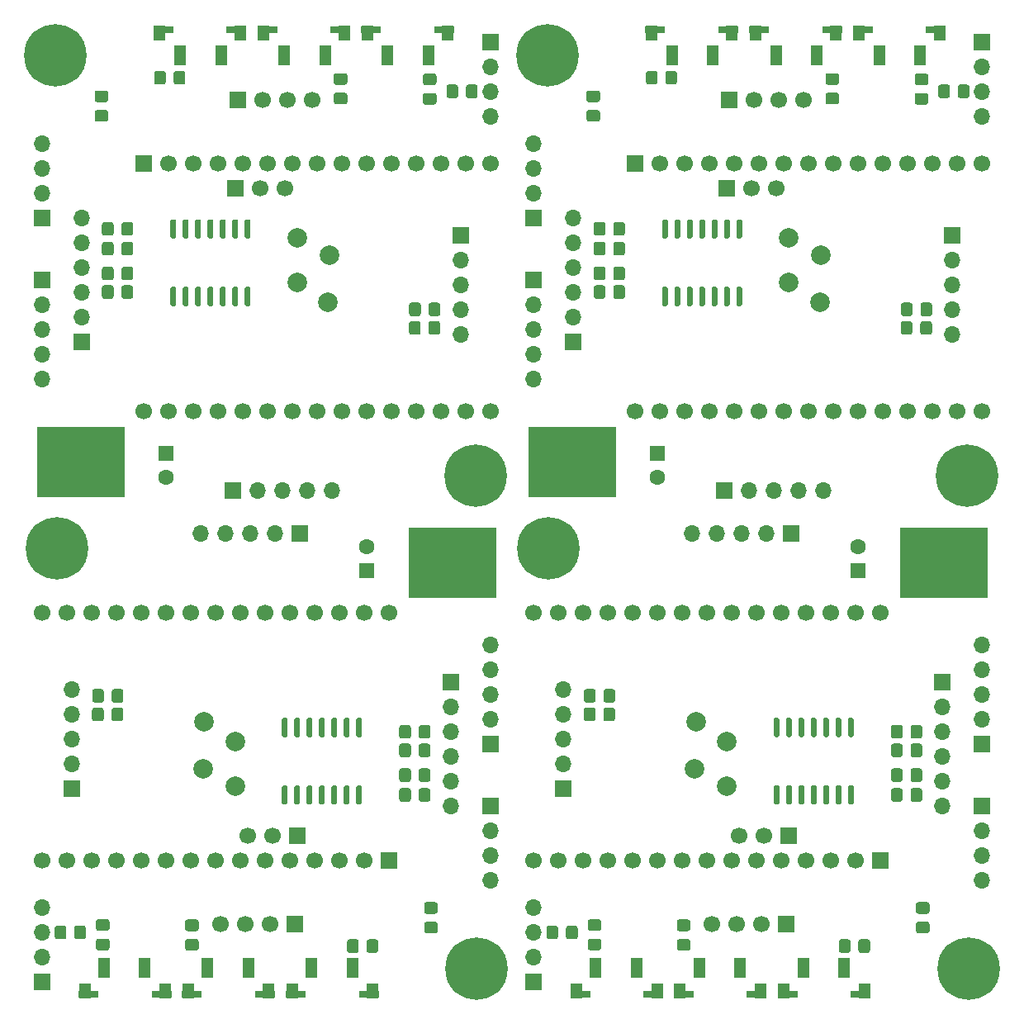
<source format=gbs>
G04 #@! TF.GenerationSoftware,KiCad,Pcbnew,5.1.8-1.fc31*
G04 #@! TF.CreationDate,2021-02-10T10:50:14+01:00*
G04 #@! TF.ProjectId,neOSensorv5_panelized,6e654f53-656e-4736-9f72-76355f70616e,rev?*
G04 #@! TF.SameCoordinates,Original*
G04 #@! TF.FileFunction,Soldermask,Bot*
G04 #@! TF.FilePolarity,Negative*
%FSLAX46Y46*%
G04 Gerber Fmt 4.6, Leading zero omitted, Abs format (unit mm)*
G04 Created by KiCad (PCBNEW 5.1.8-1.fc31) date 2021-02-10 10:50:14*
%MOMM*%
%LPD*%
G01*
G04 APERTURE LIST*
%ADD10C,0.100000*%
%ADD11C,1.700000*%
%ADD12R,1.700000X1.700000*%
%ADD13O,1.700000X1.700000*%
%ADD14C,2.000000*%
%ADD15R,2.000000X0.800000*%
%ADD16R,1.270000X1.524000*%
%ADD17R,1.200000X2.000000*%
%ADD18C,6.400000*%
%ADD19C,1.600000*%
%ADD20R,1.600000X1.600000*%
G04 APERTURE END LIST*
D10*
G36*
X35560000Y-73787000D02*
G01*
X26670000Y-73787000D01*
X26670000Y-66675000D01*
X35560000Y-66675000D01*
X35560000Y-73787000D01*
G37*
X35560000Y-73787000D02*
X26670000Y-73787000D01*
X26670000Y-66675000D01*
X35560000Y-66675000D01*
X35560000Y-73787000D01*
G36*
X85979000Y-73787000D02*
G01*
X77089000Y-73787000D01*
X77089000Y-66675000D01*
X85979000Y-66675000D01*
X85979000Y-73787000D01*
G37*
X85979000Y-73787000D02*
X77089000Y-73787000D01*
X77089000Y-66675000D01*
X85979000Y-66675000D01*
X85979000Y-73787000D01*
G36*
X73660000Y-84074000D02*
G01*
X64770000Y-84074000D01*
X64770000Y-76962000D01*
X73660000Y-76962000D01*
X73660000Y-84074000D01*
G37*
X73660000Y-84074000D02*
X64770000Y-84074000D01*
X64770000Y-76962000D01*
X73660000Y-76962000D01*
X73660000Y-84074000D01*
G36*
X124079000Y-84074000D02*
G01*
X115189000Y-84074000D01*
X115189000Y-76962000D01*
X124079000Y-76962000D01*
X124079000Y-84074000D01*
G37*
X124079000Y-84074000D02*
X115189000Y-84074000D01*
X115189000Y-76962000D01*
X124079000Y-76962000D01*
X124079000Y-84074000D01*
D11*
G04 #@! TO.C,U1*
X52070000Y-42164000D03*
X49530000Y-42164000D03*
D12*
X46990000Y-42164000D03*
G04 #@! TD*
D11*
G04 #@! TO.C,U2*
X54864000Y-33147000D03*
X52324000Y-33147000D03*
X49784000Y-33147000D03*
D12*
X47244000Y-33147000D03*
G04 #@! TD*
D11*
G04 #@! TO.C,U3*
X37592000Y-65024000D03*
X40132000Y-65024000D03*
X42672000Y-65024000D03*
X45212000Y-65024000D03*
X47752000Y-65024000D03*
X50292000Y-65024000D03*
X52832000Y-65024000D03*
X55372000Y-65024000D03*
X57912000Y-65024000D03*
X60452000Y-65024000D03*
X62992000Y-65024000D03*
X65532000Y-65024000D03*
X68072000Y-65024000D03*
X70612000Y-65024000D03*
X73152000Y-65024000D03*
X73152000Y-39624000D03*
X70612000Y-39624000D03*
X68072000Y-39624000D03*
X65532000Y-39624000D03*
X62992000Y-39624000D03*
X60452000Y-39624000D03*
X57912000Y-39624000D03*
X55372000Y-39624000D03*
X52832000Y-39624000D03*
X50292000Y-39624000D03*
X47752000Y-39624000D03*
X45212000Y-39624000D03*
X42672000Y-39624000D03*
X40132000Y-39624000D03*
D12*
X37592000Y-39624000D03*
G04 #@! TD*
D13*
G04 #@! TO.C,J6*
X31242000Y-45212000D03*
X31242000Y-47752000D03*
X31242000Y-50292000D03*
X31242000Y-52832000D03*
X31242000Y-55372000D03*
D12*
X31242000Y-57912000D03*
G04 #@! TD*
G04 #@! TO.C,U5*
G36*
G01*
X48410000Y-47342500D02*
X48110000Y-47342500D01*
G75*
G02*
X47960000Y-47192500I0J150000D01*
G01*
X47960000Y-45517500D01*
G75*
G02*
X48110000Y-45367500I150000J0D01*
G01*
X48410000Y-45367500D01*
G75*
G02*
X48560000Y-45517500I0J-150000D01*
G01*
X48560000Y-47192500D01*
G75*
G02*
X48410000Y-47342500I-150000J0D01*
G01*
G37*
G36*
G01*
X47140000Y-47342500D02*
X46840000Y-47342500D01*
G75*
G02*
X46690000Y-47192500I0J150000D01*
G01*
X46690000Y-45517500D01*
G75*
G02*
X46840000Y-45367500I150000J0D01*
G01*
X47140000Y-45367500D01*
G75*
G02*
X47290000Y-45517500I0J-150000D01*
G01*
X47290000Y-47192500D01*
G75*
G02*
X47140000Y-47342500I-150000J0D01*
G01*
G37*
G36*
G01*
X45870000Y-47342500D02*
X45570000Y-47342500D01*
G75*
G02*
X45420000Y-47192500I0J150000D01*
G01*
X45420000Y-45517500D01*
G75*
G02*
X45570000Y-45367500I150000J0D01*
G01*
X45870000Y-45367500D01*
G75*
G02*
X46020000Y-45517500I0J-150000D01*
G01*
X46020000Y-47192500D01*
G75*
G02*
X45870000Y-47342500I-150000J0D01*
G01*
G37*
G36*
G01*
X44600000Y-47342500D02*
X44300000Y-47342500D01*
G75*
G02*
X44150000Y-47192500I0J150000D01*
G01*
X44150000Y-45517500D01*
G75*
G02*
X44300000Y-45367500I150000J0D01*
G01*
X44600000Y-45367500D01*
G75*
G02*
X44750000Y-45517500I0J-150000D01*
G01*
X44750000Y-47192500D01*
G75*
G02*
X44600000Y-47342500I-150000J0D01*
G01*
G37*
G36*
G01*
X43330000Y-47342500D02*
X43030000Y-47342500D01*
G75*
G02*
X42880000Y-47192500I0J150000D01*
G01*
X42880000Y-45517500D01*
G75*
G02*
X43030000Y-45367500I150000J0D01*
G01*
X43330000Y-45367500D01*
G75*
G02*
X43480000Y-45517500I0J-150000D01*
G01*
X43480000Y-47192500D01*
G75*
G02*
X43330000Y-47342500I-150000J0D01*
G01*
G37*
G36*
G01*
X42060000Y-47342500D02*
X41760000Y-47342500D01*
G75*
G02*
X41610000Y-47192500I0J150000D01*
G01*
X41610000Y-45517500D01*
G75*
G02*
X41760000Y-45367500I150000J0D01*
G01*
X42060000Y-45367500D01*
G75*
G02*
X42210000Y-45517500I0J-150000D01*
G01*
X42210000Y-47192500D01*
G75*
G02*
X42060000Y-47342500I-150000J0D01*
G01*
G37*
G36*
G01*
X40790000Y-47342500D02*
X40490000Y-47342500D01*
G75*
G02*
X40340000Y-47192500I0J150000D01*
G01*
X40340000Y-45517500D01*
G75*
G02*
X40490000Y-45367500I150000J0D01*
G01*
X40790000Y-45367500D01*
G75*
G02*
X40940000Y-45517500I0J-150000D01*
G01*
X40940000Y-47192500D01*
G75*
G02*
X40790000Y-47342500I-150000J0D01*
G01*
G37*
G36*
G01*
X40790000Y-54267500D02*
X40490000Y-54267500D01*
G75*
G02*
X40340000Y-54117500I0J150000D01*
G01*
X40340000Y-52442500D01*
G75*
G02*
X40490000Y-52292500I150000J0D01*
G01*
X40790000Y-52292500D01*
G75*
G02*
X40940000Y-52442500I0J-150000D01*
G01*
X40940000Y-54117500D01*
G75*
G02*
X40790000Y-54267500I-150000J0D01*
G01*
G37*
G36*
G01*
X42060000Y-54267500D02*
X41760000Y-54267500D01*
G75*
G02*
X41610000Y-54117500I0J150000D01*
G01*
X41610000Y-52442500D01*
G75*
G02*
X41760000Y-52292500I150000J0D01*
G01*
X42060000Y-52292500D01*
G75*
G02*
X42210000Y-52442500I0J-150000D01*
G01*
X42210000Y-54117500D01*
G75*
G02*
X42060000Y-54267500I-150000J0D01*
G01*
G37*
G36*
G01*
X43330000Y-54267500D02*
X43030000Y-54267500D01*
G75*
G02*
X42880000Y-54117500I0J150000D01*
G01*
X42880000Y-52442500D01*
G75*
G02*
X43030000Y-52292500I150000J0D01*
G01*
X43330000Y-52292500D01*
G75*
G02*
X43480000Y-52442500I0J-150000D01*
G01*
X43480000Y-54117500D01*
G75*
G02*
X43330000Y-54267500I-150000J0D01*
G01*
G37*
G36*
G01*
X44600000Y-54267500D02*
X44300000Y-54267500D01*
G75*
G02*
X44150000Y-54117500I0J150000D01*
G01*
X44150000Y-52442500D01*
G75*
G02*
X44300000Y-52292500I150000J0D01*
G01*
X44600000Y-52292500D01*
G75*
G02*
X44750000Y-52442500I0J-150000D01*
G01*
X44750000Y-54117500D01*
G75*
G02*
X44600000Y-54267500I-150000J0D01*
G01*
G37*
G36*
G01*
X45870000Y-54267500D02*
X45570000Y-54267500D01*
G75*
G02*
X45420000Y-54117500I0J150000D01*
G01*
X45420000Y-52442500D01*
G75*
G02*
X45570000Y-52292500I150000J0D01*
G01*
X45870000Y-52292500D01*
G75*
G02*
X46020000Y-52442500I0J-150000D01*
G01*
X46020000Y-54117500D01*
G75*
G02*
X45870000Y-54267500I-150000J0D01*
G01*
G37*
G36*
G01*
X47140000Y-54267500D02*
X46840000Y-54267500D01*
G75*
G02*
X46690000Y-54117500I0J150000D01*
G01*
X46690000Y-52442500D01*
G75*
G02*
X46840000Y-52292500I150000J0D01*
G01*
X47140000Y-52292500D01*
G75*
G02*
X47290000Y-52442500I0J-150000D01*
G01*
X47290000Y-54117500D01*
G75*
G02*
X47140000Y-54267500I-150000J0D01*
G01*
G37*
G36*
G01*
X48410000Y-54267500D02*
X48110000Y-54267500D01*
G75*
G02*
X47960000Y-54117500I0J150000D01*
G01*
X47960000Y-52442500D01*
G75*
G02*
X48110000Y-52292500I150000J0D01*
G01*
X48410000Y-52292500D01*
G75*
G02*
X48560000Y-52442500I0J-150000D01*
G01*
X48560000Y-54117500D01*
G75*
G02*
X48410000Y-54267500I-150000J0D01*
G01*
G37*
G04 #@! TD*
D14*
G04 #@! TO.C,TP6*
X53340000Y-47244000D03*
G04 #@! TD*
G04 #@! TO.C,TP5*
X56642000Y-49022000D03*
G04 #@! TD*
G04 #@! TO.C,TP4*
X53340000Y-51816000D03*
G04 #@! TD*
G04 #@! TO.C,TP3*
X56515000Y-53848000D03*
G04 #@! TD*
D15*
G04 #@! TO.C,SW3*
X68394000Y-25908000D03*
D16*
X68775000Y-26289000D03*
D15*
X60901000Y-25908000D03*
D16*
X60520000Y-26289000D03*
D17*
X66811000Y-28594000D03*
X62611000Y-28594000D03*
G04 #@! TD*
D15*
G04 #@! TO.C,SW2*
X57785000Y-25908000D03*
D16*
X58166000Y-26289000D03*
D15*
X50292000Y-25908000D03*
D16*
X49911000Y-26289000D03*
D17*
X56202000Y-28594000D03*
X52002000Y-28594000D03*
G04 #@! TD*
D15*
G04 #@! TO.C,SW1*
X47117000Y-25908000D03*
D16*
X47498000Y-26289000D03*
D15*
X39624000Y-25908000D03*
D16*
X39243000Y-26289000D03*
D17*
X45534000Y-28594000D03*
X41334000Y-28594000D03*
G04 #@! TD*
G04 #@! TO.C,R18*
G36*
G01*
X35325000Y-51377001D02*
X35325000Y-50476999D01*
G75*
G02*
X35574999Y-50227000I249999J0D01*
G01*
X36275001Y-50227000D01*
G75*
G02*
X36525000Y-50476999I0J-249999D01*
G01*
X36525000Y-51377001D01*
G75*
G02*
X36275001Y-51627000I-249999J0D01*
G01*
X35574999Y-51627000D01*
G75*
G02*
X35325000Y-51377001I0J249999D01*
G01*
G37*
G36*
G01*
X33325000Y-51377001D02*
X33325000Y-50476999D01*
G75*
G02*
X33574999Y-50227000I249999J0D01*
G01*
X34275001Y-50227000D01*
G75*
G02*
X34525000Y-50476999I0J-249999D01*
G01*
X34525000Y-51377001D01*
G75*
G02*
X34275001Y-51627000I-249999J0D01*
G01*
X33574999Y-51627000D01*
G75*
G02*
X33325000Y-51377001I0J249999D01*
G01*
G37*
G04 #@! TD*
G04 #@! TO.C,R15*
G36*
G01*
X35325000Y-53282001D02*
X35325000Y-52381999D01*
G75*
G02*
X35574999Y-52132000I249999J0D01*
G01*
X36275001Y-52132000D01*
G75*
G02*
X36525000Y-52381999I0J-249999D01*
G01*
X36525000Y-53282001D01*
G75*
G02*
X36275001Y-53532000I-249999J0D01*
G01*
X35574999Y-53532000D01*
G75*
G02*
X35325000Y-53282001I0J249999D01*
G01*
G37*
G36*
G01*
X33325000Y-53282001D02*
X33325000Y-52381999D01*
G75*
G02*
X33574999Y-52132000I249999J0D01*
G01*
X34275001Y-52132000D01*
G75*
G02*
X34525000Y-52381999I0J-249999D01*
G01*
X34525000Y-53282001D01*
G75*
G02*
X34275001Y-53532000I-249999J0D01*
G01*
X33574999Y-53532000D01*
G75*
G02*
X33325000Y-53282001I0J249999D01*
G01*
G37*
G04 #@! TD*
G04 #@! TO.C,R14*
G36*
G01*
X35325000Y-46805001D02*
X35325000Y-45904999D01*
G75*
G02*
X35574999Y-45655000I249999J0D01*
G01*
X36275001Y-45655000D01*
G75*
G02*
X36525000Y-45904999I0J-249999D01*
G01*
X36525000Y-46805001D01*
G75*
G02*
X36275001Y-47055000I-249999J0D01*
G01*
X35574999Y-47055000D01*
G75*
G02*
X35325000Y-46805001I0J249999D01*
G01*
G37*
G36*
G01*
X33325000Y-46805001D02*
X33325000Y-45904999D01*
G75*
G02*
X33574999Y-45655000I249999J0D01*
G01*
X34275001Y-45655000D01*
G75*
G02*
X34525000Y-45904999I0J-249999D01*
G01*
X34525000Y-46805001D01*
G75*
G02*
X34275001Y-47055000I-249999J0D01*
G01*
X33574999Y-47055000D01*
G75*
G02*
X33325000Y-46805001I0J249999D01*
G01*
G37*
G04 #@! TD*
G04 #@! TO.C,R13*
G36*
G01*
X35325000Y-48837001D02*
X35325000Y-47936999D01*
G75*
G02*
X35574999Y-47687000I249999J0D01*
G01*
X36275001Y-47687000D01*
G75*
G02*
X36525000Y-47936999I0J-249999D01*
G01*
X36525000Y-48837001D01*
G75*
G02*
X36275001Y-49087000I-249999J0D01*
G01*
X35574999Y-49087000D01*
G75*
G02*
X35325000Y-48837001I0J249999D01*
G01*
G37*
G36*
G01*
X33325000Y-48837001D02*
X33325000Y-47936999D01*
G75*
G02*
X33574999Y-47687000I249999J0D01*
G01*
X34275001Y-47687000D01*
G75*
G02*
X34525000Y-47936999I0J-249999D01*
G01*
X34525000Y-48837001D01*
G75*
G02*
X34275001Y-49087000I-249999J0D01*
G01*
X33574999Y-49087000D01*
G75*
G02*
X33325000Y-48837001I0J249999D01*
G01*
G37*
G04 #@! TD*
G04 #@! TO.C,R7*
G36*
G01*
X57334999Y-32388000D02*
X58235001Y-32388000D01*
G75*
G02*
X58485000Y-32637999I0J-249999D01*
G01*
X58485000Y-33338001D01*
G75*
G02*
X58235001Y-33588000I-249999J0D01*
G01*
X57334999Y-33588000D01*
G75*
G02*
X57085000Y-33338001I0J249999D01*
G01*
X57085000Y-32637999D01*
G75*
G02*
X57334999Y-32388000I249999J0D01*
G01*
G37*
G36*
G01*
X57334999Y-30388000D02*
X58235001Y-30388000D01*
G75*
G02*
X58485000Y-30637999I0J-249999D01*
G01*
X58485000Y-31338001D01*
G75*
G02*
X58235001Y-31588000I-249999J0D01*
G01*
X57334999Y-31588000D01*
G75*
G02*
X57085000Y-31338001I0J249999D01*
G01*
X57085000Y-30637999D01*
G75*
G02*
X57334999Y-30388000I249999J0D01*
G01*
G37*
G04 #@! TD*
G04 #@! TO.C,R6*
G36*
G01*
X66005000Y-56064999D02*
X66005000Y-56965001D01*
G75*
G02*
X65755001Y-57215000I-249999J0D01*
G01*
X65054999Y-57215000D01*
G75*
G02*
X64805000Y-56965001I0J249999D01*
G01*
X64805000Y-56064999D01*
G75*
G02*
X65054999Y-55815000I249999J0D01*
G01*
X65755001Y-55815000D01*
G75*
G02*
X66005000Y-56064999I0J-249999D01*
G01*
G37*
G36*
G01*
X68005000Y-56064999D02*
X68005000Y-56965001D01*
G75*
G02*
X67755001Y-57215000I-249999J0D01*
G01*
X67054999Y-57215000D01*
G75*
G02*
X66805000Y-56965001I0J249999D01*
G01*
X66805000Y-56064999D01*
G75*
G02*
X67054999Y-55815000I249999J0D01*
G01*
X67755001Y-55815000D01*
G75*
G02*
X68005000Y-56064999I0J-249999D01*
G01*
G37*
G04 #@! TD*
G04 #@! TO.C,R5*
G36*
G01*
X66021000Y-54159999D02*
X66021000Y-55060001D01*
G75*
G02*
X65771001Y-55310000I-249999J0D01*
G01*
X65070999Y-55310000D01*
G75*
G02*
X64821000Y-55060001I0J249999D01*
G01*
X64821000Y-54159999D01*
G75*
G02*
X65070999Y-53910000I249999J0D01*
G01*
X65771001Y-53910000D01*
G75*
G02*
X66021000Y-54159999I0J-249999D01*
G01*
G37*
G36*
G01*
X68021000Y-54159999D02*
X68021000Y-55060001D01*
G75*
G02*
X67771001Y-55310000I-249999J0D01*
G01*
X67070999Y-55310000D01*
G75*
G02*
X66821000Y-55060001I0J249999D01*
G01*
X66821000Y-54159999D01*
G75*
G02*
X67070999Y-53910000I249999J0D01*
G01*
X67771001Y-53910000D01*
G75*
G02*
X68021000Y-54159999I0J-249999D01*
G01*
G37*
G04 #@! TD*
G04 #@! TO.C,R4*
G36*
G01*
X69847000Y-31807999D02*
X69847000Y-32708001D01*
G75*
G02*
X69597001Y-32958000I-249999J0D01*
G01*
X68896999Y-32958000D01*
G75*
G02*
X68647000Y-32708001I0J249999D01*
G01*
X68647000Y-31807999D01*
G75*
G02*
X68896999Y-31558000I249999J0D01*
G01*
X69597001Y-31558000D01*
G75*
G02*
X69847000Y-31807999I0J-249999D01*
G01*
G37*
G36*
G01*
X71847000Y-31807999D02*
X71847000Y-32708001D01*
G75*
G02*
X71597001Y-32958000I-249999J0D01*
G01*
X70896999Y-32958000D01*
G75*
G02*
X70647000Y-32708001I0J249999D01*
G01*
X70647000Y-31807999D01*
G75*
G02*
X70896999Y-31558000I249999J0D01*
G01*
X71597001Y-31558000D01*
G75*
G02*
X71847000Y-31807999I0J-249999D01*
G01*
G37*
G04 #@! TD*
G04 #@! TO.C,R2*
G36*
G01*
X40675000Y-31311001D02*
X40675000Y-30410999D01*
G75*
G02*
X40924999Y-30161000I249999J0D01*
G01*
X41625001Y-30161000D01*
G75*
G02*
X41875000Y-30410999I0J-249999D01*
G01*
X41875000Y-31311001D01*
G75*
G02*
X41625001Y-31561000I-249999J0D01*
G01*
X40924999Y-31561000D01*
G75*
G02*
X40675000Y-31311001I0J249999D01*
G01*
G37*
G36*
G01*
X38675000Y-31311001D02*
X38675000Y-30410999D01*
G75*
G02*
X38924999Y-30161000I249999J0D01*
G01*
X39625001Y-30161000D01*
G75*
G02*
X39875000Y-30410999I0J-249999D01*
G01*
X39875000Y-31311001D01*
G75*
G02*
X39625001Y-31561000I-249999J0D01*
G01*
X38924999Y-31561000D01*
G75*
G02*
X38675000Y-31311001I0J249999D01*
G01*
G37*
G04 #@! TD*
G04 #@! TO.C,R1*
G36*
G01*
X32823999Y-34166000D02*
X33724001Y-34166000D01*
G75*
G02*
X33974000Y-34415999I0J-249999D01*
G01*
X33974000Y-35116001D01*
G75*
G02*
X33724001Y-35366000I-249999J0D01*
G01*
X32823999Y-35366000D01*
G75*
G02*
X32574000Y-35116001I0J249999D01*
G01*
X32574000Y-34415999D01*
G75*
G02*
X32823999Y-34166000I249999J0D01*
G01*
G37*
G36*
G01*
X32823999Y-32166000D02*
X33724001Y-32166000D01*
G75*
G02*
X33974000Y-32415999I0J-249999D01*
G01*
X33974000Y-33116001D01*
G75*
G02*
X33724001Y-33366000I-249999J0D01*
G01*
X32823999Y-33366000D01*
G75*
G02*
X32574000Y-33116001I0J249999D01*
G01*
X32574000Y-32415999D01*
G75*
G02*
X32823999Y-32166000I249999J0D01*
G01*
G37*
G04 #@! TD*
D13*
G04 #@! TO.C,J5*
X70104000Y-57150000D03*
X70104000Y-54610000D03*
X70104000Y-52070000D03*
X70104000Y-49530000D03*
D12*
X70104000Y-46990000D03*
G04 #@! TD*
D13*
G04 #@! TO.C,J4*
X56896000Y-73152000D03*
X54356000Y-73152000D03*
X51816000Y-73152000D03*
X49276000Y-73152000D03*
D12*
X46736000Y-73152000D03*
G04 #@! TD*
D13*
G04 #@! TO.C,J3*
X27178000Y-61722000D03*
X27178000Y-59182000D03*
X27178000Y-56642000D03*
X27178000Y-54102000D03*
D12*
X27178000Y-51562000D03*
G04 #@! TD*
D13*
G04 #@! TO.C,J2*
X73152000Y-34798000D03*
X73152000Y-32258000D03*
X73152000Y-29718000D03*
D12*
X73152000Y-27178000D03*
G04 #@! TD*
D13*
G04 #@! TO.C,J1*
X27178000Y-37592000D03*
X27178000Y-40132000D03*
X27178000Y-42672000D03*
D12*
X27178000Y-45212000D03*
G04 #@! TD*
D18*
G04 #@! TO.C,H2*
X71628000Y-71628000D03*
G04 #@! TD*
G04 #@! TO.C,H1*
X28575000Y-28575000D03*
G04 #@! TD*
G04 #@! TO.C,C5*
G36*
G01*
X67379001Y-31620000D02*
X66478999Y-31620000D01*
G75*
G02*
X66229000Y-31370001I0J249999D01*
G01*
X66229000Y-30669999D01*
G75*
G02*
X66478999Y-30420000I249999J0D01*
G01*
X67379001Y-30420000D01*
G75*
G02*
X67629000Y-30669999I0J-249999D01*
G01*
X67629000Y-31370001D01*
G75*
G02*
X67379001Y-31620000I-249999J0D01*
G01*
G37*
G36*
G01*
X67379001Y-33620000D02*
X66478999Y-33620000D01*
G75*
G02*
X66229000Y-33370001I0J249999D01*
G01*
X66229000Y-32669999D01*
G75*
G02*
X66478999Y-32420000I249999J0D01*
G01*
X67379001Y-32420000D01*
G75*
G02*
X67629000Y-32669999I0J-249999D01*
G01*
X67629000Y-33370001D01*
G75*
G02*
X67379001Y-33620000I-249999J0D01*
G01*
G37*
G04 #@! TD*
D19*
G04 #@! TO.C,C2*
X39878000Y-71842000D03*
D20*
X39878000Y-69342000D03*
G04 #@! TD*
D11*
G04 #@! TO.C,U1*
X102489000Y-42164000D03*
X99949000Y-42164000D03*
D12*
X97409000Y-42164000D03*
G04 #@! TD*
D11*
G04 #@! TO.C,U2*
X105283000Y-33147000D03*
X102743000Y-33147000D03*
X100203000Y-33147000D03*
D12*
X97663000Y-33147000D03*
G04 #@! TD*
D11*
G04 #@! TO.C,U3*
X88011000Y-65024000D03*
X90551000Y-65024000D03*
X93091000Y-65024000D03*
X95631000Y-65024000D03*
X98171000Y-65024000D03*
X100711000Y-65024000D03*
X103251000Y-65024000D03*
X105791000Y-65024000D03*
X108331000Y-65024000D03*
X110871000Y-65024000D03*
X113411000Y-65024000D03*
X115951000Y-65024000D03*
X118491000Y-65024000D03*
X121031000Y-65024000D03*
X123571000Y-65024000D03*
X123571000Y-39624000D03*
X121031000Y-39624000D03*
X118491000Y-39624000D03*
X115951000Y-39624000D03*
X113411000Y-39624000D03*
X110871000Y-39624000D03*
X108331000Y-39624000D03*
X105791000Y-39624000D03*
X103251000Y-39624000D03*
X100711000Y-39624000D03*
X98171000Y-39624000D03*
X95631000Y-39624000D03*
X93091000Y-39624000D03*
X90551000Y-39624000D03*
D12*
X88011000Y-39624000D03*
G04 #@! TD*
D13*
G04 #@! TO.C,J6*
X81661000Y-45212000D03*
X81661000Y-47752000D03*
X81661000Y-50292000D03*
X81661000Y-52832000D03*
X81661000Y-55372000D03*
D12*
X81661000Y-57912000D03*
G04 #@! TD*
G04 #@! TO.C,U5*
G36*
G01*
X98829000Y-47342500D02*
X98529000Y-47342500D01*
G75*
G02*
X98379000Y-47192500I0J150000D01*
G01*
X98379000Y-45517500D01*
G75*
G02*
X98529000Y-45367500I150000J0D01*
G01*
X98829000Y-45367500D01*
G75*
G02*
X98979000Y-45517500I0J-150000D01*
G01*
X98979000Y-47192500D01*
G75*
G02*
X98829000Y-47342500I-150000J0D01*
G01*
G37*
G36*
G01*
X97559000Y-47342500D02*
X97259000Y-47342500D01*
G75*
G02*
X97109000Y-47192500I0J150000D01*
G01*
X97109000Y-45517500D01*
G75*
G02*
X97259000Y-45367500I150000J0D01*
G01*
X97559000Y-45367500D01*
G75*
G02*
X97709000Y-45517500I0J-150000D01*
G01*
X97709000Y-47192500D01*
G75*
G02*
X97559000Y-47342500I-150000J0D01*
G01*
G37*
G36*
G01*
X96289000Y-47342500D02*
X95989000Y-47342500D01*
G75*
G02*
X95839000Y-47192500I0J150000D01*
G01*
X95839000Y-45517500D01*
G75*
G02*
X95989000Y-45367500I150000J0D01*
G01*
X96289000Y-45367500D01*
G75*
G02*
X96439000Y-45517500I0J-150000D01*
G01*
X96439000Y-47192500D01*
G75*
G02*
X96289000Y-47342500I-150000J0D01*
G01*
G37*
G36*
G01*
X95019000Y-47342500D02*
X94719000Y-47342500D01*
G75*
G02*
X94569000Y-47192500I0J150000D01*
G01*
X94569000Y-45517500D01*
G75*
G02*
X94719000Y-45367500I150000J0D01*
G01*
X95019000Y-45367500D01*
G75*
G02*
X95169000Y-45517500I0J-150000D01*
G01*
X95169000Y-47192500D01*
G75*
G02*
X95019000Y-47342500I-150000J0D01*
G01*
G37*
G36*
G01*
X93749000Y-47342500D02*
X93449000Y-47342500D01*
G75*
G02*
X93299000Y-47192500I0J150000D01*
G01*
X93299000Y-45517500D01*
G75*
G02*
X93449000Y-45367500I150000J0D01*
G01*
X93749000Y-45367500D01*
G75*
G02*
X93899000Y-45517500I0J-150000D01*
G01*
X93899000Y-47192500D01*
G75*
G02*
X93749000Y-47342500I-150000J0D01*
G01*
G37*
G36*
G01*
X92479000Y-47342500D02*
X92179000Y-47342500D01*
G75*
G02*
X92029000Y-47192500I0J150000D01*
G01*
X92029000Y-45517500D01*
G75*
G02*
X92179000Y-45367500I150000J0D01*
G01*
X92479000Y-45367500D01*
G75*
G02*
X92629000Y-45517500I0J-150000D01*
G01*
X92629000Y-47192500D01*
G75*
G02*
X92479000Y-47342500I-150000J0D01*
G01*
G37*
G36*
G01*
X91209000Y-47342500D02*
X90909000Y-47342500D01*
G75*
G02*
X90759000Y-47192500I0J150000D01*
G01*
X90759000Y-45517500D01*
G75*
G02*
X90909000Y-45367500I150000J0D01*
G01*
X91209000Y-45367500D01*
G75*
G02*
X91359000Y-45517500I0J-150000D01*
G01*
X91359000Y-47192500D01*
G75*
G02*
X91209000Y-47342500I-150000J0D01*
G01*
G37*
G36*
G01*
X91209000Y-54267500D02*
X90909000Y-54267500D01*
G75*
G02*
X90759000Y-54117500I0J150000D01*
G01*
X90759000Y-52442500D01*
G75*
G02*
X90909000Y-52292500I150000J0D01*
G01*
X91209000Y-52292500D01*
G75*
G02*
X91359000Y-52442500I0J-150000D01*
G01*
X91359000Y-54117500D01*
G75*
G02*
X91209000Y-54267500I-150000J0D01*
G01*
G37*
G36*
G01*
X92479000Y-54267500D02*
X92179000Y-54267500D01*
G75*
G02*
X92029000Y-54117500I0J150000D01*
G01*
X92029000Y-52442500D01*
G75*
G02*
X92179000Y-52292500I150000J0D01*
G01*
X92479000Y-52292500D01*
G75*
G02*
X92629000Y-52442500I0J-150000D01*
G01*
X92629000Y-54117500D01*
G75*
G02*
X92479000Y-54267500I-150000J0D01*
G01*
G37*
G36*
G01*
X93749000Y-54267500D02*
X93449000Y-54267500D01*
G75*
G02*
X93299000Y-54117500I0J150000D01*
G01*
X93299000Y-52442500D01*
G75*
G02*
X93449000Y-52292500I150000J0D01*
G01*
X93749000Y-52292500D01*
G75*
G02*
X93899000Y-52442500I0J-150000D01*
G01*
X93899000Y-54117500D01*
G75*
G02*
X93749000Y-54267500I-150000J0D01*
G01*
G37*
G36*
G01*
X95019000Y-54267500D02*
X94719000Y-54267500D01*
G75*
G02*
X94569000Y-54117500I0J150000D01*
G01*
X94569000Y-52442500D01*
G75*
G02*
X94719000Y-52292500I150000J0D01*
G01*
X95019000Y-52292500D01*
G75*
G02*
X95169000Y-52442500I0J-150000D01*
G01*
X95169000Y-54117500D01*
G75*
G02*
X95019000Y-54267500I-150000J0D01*
G01*
G37*
G36*
G01*
X96289000Y-54267500D02*
X95989000Y-54267500D01*
G75*
G02*
X95839000Y-54117500I0J150000D01*
G01*
X95839000Y-52442500D01*
G75*
G02*
X95989000Y-52292500I150000J0D01*
G01*
X96289000Y-52292500D01*
G75*
G02*
X96439000Y-52442500I0J-150000D01*
G01*
X96439000Y-54117500D01*
G75*
G02*
X96289000Y-54267500I-150000J0D01*
G01*
G37*
G36*
G01*
X97559000Y-54267500D02*
X97259000Y-54267500D01*
G75*
G02*
X97109000Y-54117500I0J150000D01*
G01*
X97109000Y-52442500D01*
G75*
G02*
X97259000Y-52292500I150000J0D01*
G01*
X97559000Y-52292500D01*
G75*
G02*
X97709000Y-52442500I0J-150000D01*
G01*
X97709000Y-54117500D01*
G75*
G02*
X97559000Y-54267500I-150000J0D01*
G01*
G37*
G36*
G01*
X98829000Y-54267500D02*
X98529000Y-54267500D01*
G75*
G02*
X98379000Y-54117500I0J150000D01*
G01*
X98379000Y-52442500D01*
G75*
G02*
X98529000Y-52292500I150000J0D01*
G01*
X98829000Y-52292500D01*
G75*
G02*
X98979000Y-52442500I0J-150000D01*
G01*
X98979000Y-54117500D01*
G75*
G02*
X98829000Y-54267500I-150000J0D01*
G01*
G37*
G04 #@! TD*
D14*
G04 #@! TO.C,TP6*
X103759000Y-47244000D03*
G04 #@! TD*
G04 #@! TO.C,TP5*
X107061000Y-49022000D03*
G04 #@! TD*
G04 #@! TO.C,TP4*
X103759000Y-51816000D03*
G04 #@! TD*
G04 #@! TO.C,TP3*
X106934000Y-53848000D03*
G04 #@! TD*
D15*
G04 #@! TO.C,SW3*
X118813000Y-25908000D03*
D16*
X119194000Y-26289000D03*
D15*
X111320000Y-25908000D03*
D16*
X110939000Y-26289000D03*
D17*
X117230000Y-28594000D03*
X113030000Y-28594000D03*
G04 #@! TD*
D15*
G04 #@! TO.C,SW2*
X108204000Y-25908000D03*
D16*
X108585000Y-26289000D03*
D15*
X100711000Y-25908000D03*
D16*
X100330000Y-26289000D03*
D17*
X106621000Y-28594000D03*
X102421000Y-28594000D03*
G04 #@! TD*
D15*
G04 #@! TO.C,SW1*
X97536000Y-25908000D03*
D16*
X97917000Y-26289000D03*
D15*
X90043000Y-25908000D03*
D16*
X89662000Y-26289000D03*
D17*
X95953000Y-28594000D03*
X91753000Y-28594000D03*
G04 #@! TD*
G04 #@! TO.C,R18*
G36*
G01*
X85744000Y-51377001D02*
X85744000Y-50476999D01*
G75*
G02*
X85993999Y-50227000I249999J0D01*
G01*
X86694001Y-50227000D01*
G75*
G02*
X86944000Y-50476999I0J-249999D01*
G01*
X86944000Y-51377001D01*
G75*
G02*
X86694001Y-51627000I-249999J0D01*
G01*
X85993999Y-51627000D01*
G75*
G02*
X85744000Y-51377001I0J249999D01*
G01*
G37*
G36*
G01*
X83744000Y-51377001D02*
X83744000Y-50476999D01*
G75*
G02*
X83993999Y-50227000I249999J0D01*
G01*
X84694001Y-50227000D01*
G75*
G02*
X84944000Y-50476999I0J-249999D01*
G01*
X84944000Y-51377001D01*
G75*
G02*
X84694001Y-51627000I-249999J0D01*
G01*
X83993999Y-51627000D01*
G75*
G02*
X83744000Y-51377001I0J249999D01*
G01*
G37*
G04 #@! TD*
G04 #@! TO.C,R15*
G36*
G01*
X85744000Y-53282001D02*
X85744000Y-52381999D01*
G75*
G02*
X85993999Y-52132000I249999J0D01*
G01*
X86694001Y-52132000D01*
G75*
G02*
X86944000Y-52381999I0J-249999D01*
G01*
X86944000Y-53282001D01*
G75*
G02*
X86694001Y-53532000I-249999J0D01*
G01*
X85993999Y-53532000D01*
G75*
G02*
X85744000Y-53282001I0J249999D01*
G01*
G37*
G36*
G01*
X83744000Y-53282001D02*
X83744000Y-52381999D01*
G75*
G02*
X83993999Y-52132000I249999J0D01*
G01*
X84694001Y-52132000D01*
G75*
G02*
X84944000Y-52381999I0J-249999D01*
G01*
X84944000Y-53282001D01*
G75*
G02*
X84694001Y-53532000I-249999J0D01*
G01*
X83993999Y-53532000D01*
G75*
G02*
X83744000Y-53282001I0J249999D01*
G01*
G37*
G04 #@! TD*
G04 #@! TO.C,R14*
G36*
G01*
X85744000Y-46805001D02*
X85744000Y-45904999D01*
G75*
G02*
X85993999Y-45655000I249999J0D01*
G01*
X86694001Y-45655000D01*
G75*
G02*
X86944000Y-45904999I0J-249999D01*
G01*
X86944000Y-46805001D01*
G75*
G02*
X86694001Y-47055000I-249999J0D01*
G01*
X85993999Y-47055000D01*
G75*
G02*
X85744000Y-46805001I0J249999D01*
G01*
G37*
G36*
G01*
X83744000Y-46805001D02*
X83744000Y-45904999D01*
G75*
G02*
X83993999Y-45655000I249999J0D01*
G01*
X84694001Y-45655000D01*
G75*
G02*
X84944000Y-45904999I0J-249999D01*
G01*
X84944000Y-46805001D01*
G75*
G02*
X84694001Y-47055000I-249999J0D01*
G01*
X83993999Y-47055000D01*
G75*
G02*
X83744000Y-46805001I0J249999D01*
G01*
G37*
G04 #@! TD*
G04 #@! TO.C,R13*
G36*
G01*
X85744000Y-48837001D02*
X85744000Y-47936999D01*
G75*
G02*
X85993999Y-47687000I249999J0D01*
G01*
X86694001Y-47687000D01*
G75*
G02*
X86944000Y-47936999I0J-249999D01*
G01*
X86944000Y-48837001D01*
G75*
G02*
X86694001Y-49087000I-249999J0D01*
G01*
X85993999Y-49087000D01*
G75*
G02*
X85744000Y-48837001I0J249999D01*
G01*
G37*
G36*
G01*
X83744000Y-48837001D02*
X83744000Y-47936999D01*
G75*
G02*
X83993999Y-47687000I249999J0D01*
G01*
X84694001Y-47687000D01*
G75*
G02*
X84944000Y-47936999I0J-249999D01*
G01*
X84944000Y-48837001D01*
G75*
G02*
X84694001Y-49087000I-249999J0D01*
G01*
X83993999Y-49087000D01*
G75*
G02*
X83744000Y-48837001I0J249999D01*
G01*
G37*
G04 #@! TD*
G04 #@! TO.C,R7*
G36*
G01*
X107753999Y-32388000D02*
X108654001Y-32388000D01*
G75*
G02*
X108904000Y-32637999I0J-249999D01*
G01*
X108904000Y-33338001D01*
G75*
G02*
X108654001Y-33588000I-249999J0D01*
G01*
X107753999Y-33588000D01*
G75*
G02*
X107504000Y-33338001I0J249999D01*
G01*
X107504000Y-32637999D01*
G75*
G02*
X107753999Y-32388000I249999J0D01*
G01*
G37*
G36*
G01*
X107753999Y-30388000D02*
X108654001Y-30388000D01*
G75*
G02*
X108904000Y-30637999I0J-249999D01*
G01*
X108904000Y-31338001D01*
G75*
G02*
X108654001Y-31588000I-249999J0D01*
G01*
X107753999Y-31588000D01*
G75*
G02*
X107504000Y-31338001I0J249999D01*
G01*
X107504000Y-30637999D01*
G75*
G02*
X107753999Y-30388000I249999J0D01*
G01*
G37*
G04 #@! TD*
G04 #@! TO.C,R6*
G36*
G01*
X116424000Y-56064999D02*
X116424000Y-56965001D01*
G75*
G02*
X116174001Y-57215000I-249999J0D01*
G01*
X115473999Y-57215000D01*
G75*
G02*
X115224000Y-56965001I0J249999D01*
G01*
X115224000Y-56064999D01*
G75*
G02*
X115473999Y-55815000I249999J0D01*
G01*
X116174001Y-55815000D01*
G75*
G02*
X116424000Y-56064999I0J-249999D01*
G01*
G37*
G36*
G01*
X118424000Y-56064999D02*
X118424000Y-56965001D01*
G75*
G02*
X118174001Y-57215000I-249999J0D01*
G01*
X117473999Y-57215000D01*
G75*
G02*
X117224000Y-56965001I0J249999D01*
G01*
X117224000Y-56064999D01*
G75*
G02*
X117473999Y-55815000I249999J0D01*
G01*
X118174001Y-55815000D01*
G75*
G02*
X118424000Y-56064999I0J-249999D01*
G01*
G37*
G04 #@! TD*
G04 #@! TO.C,R5*
G36*
G01*
X116440000Y-54159999D02*
X116440000Y-55060001D01*
G75*
G02*
X116190001Y-55310000I-249999J0D01*
G01*
X115489999Y-55310000D01*
G75*
G02*
X115240000Y-55060001I0J249999D01*
G01*
X115240000Y-54159999D01*
G75*
G02*
X115489999Y-53910000I249999J0D01*
G01*
X116190001Y-53910000D01*
G75*
G02*
X116440000Y-54159999I0J-249999D01*
G01*
G37*
G36*
G01*
X118440000Y-54159999D02*
X118440000Y-55060001D01*
G75*
G02*
X118190001Y-55310000I-249999J0D01*
G01*
X117489999Y-55310000D01*
G75*
G02*
X117240000Y-55060001I0J249999D01*
G01*
X117240000Y-54159999D01*
G75*
G02*
X117489999Y-53910000I249999J0D01*
G01*
X118190001Y-53910000D01*
G75*
G02*
X118440000Y-54159999I0J-249999D01*
G01*
G37*
G04 #@! TD*
G04 #@! TO.C,R4*
G36*
G01*
X120266000Y-31807999D02*
X120266000Y-32708001D01*
G75*
G02*
X120016001Y-32958000I-249999J0D01*
G01*
X119315999Y-32958000D01*
G75*
G02*
X119066000Y-32708001I0J249999D01*
G01*
X119066000Y-31807999D01*
G75*
G02*
X119315999Y-31558000I249999J0D01*
G01*
X120016001Y-31558000D01*
G75*
G02*
X120266000Y-31807999I0J-249999D01*
G01*
G37*
G36*
G01*
X122266000Y-31807999D02*
X122266000Y-32708001D01*
G75*
G02*
X122016001Y-32958000I-249999J0D01*
G01*
X121315999Y-32958000D01*
G75*
G02*
X121066000Y-32708001I0J249999D01*
G01*
X121066000Y-31807999D01*
G75*
G02*
X121315999Y-31558000I249999J0D01*
G01*
X122016001Y-31558000D01*
G75*
G02*
X122266000Y-31807999I0J-249999D01*
G01*
G37*
G04 #@! TD*
G04 #@! TO.C,R2*
G36*
G01*
X91094000Y-31311001D02*
X91094000Y-30410999D01*
G75*
G02*
X91343999Y-30161000I249999J0D01*
G01*
X92044001Y-30161000D01*
G75*
G02*
X92294000Y-30410999I0J-249999D01*
G01*
X92294000Y-31311001D01*
G75*
G02*
X92044001Y-31561000I-249999J0D01*
G01*
X91343999Y-31561000D01*
G75*
G02*
X91094000Y-31311001I0J249999D01*
G01*
G37*
G36*
G01*
X89094000Y-31311001D02*
X89094000Y-30410999D01*
G75*
G02*
X89343999Y-30161000I249999J0D01*
G01*
X90044001Y-30161000D01*
G75*
G02*
X90294000Y-30410999I0J-249999D01*
G01*
X90294000Y-31311001D01*
G75*
G02*
X90044001Y-31561000I-249999J0D01*
G01*
X89343999Y-31561000D01*
G75*
G02*
X89094000Y-31311001I0J249999D01*
G01*
G37*
G04 #@! TD*
G04 #@! TO.C,R1*
G36*
G01*
X83242999Y-34166000D02*
X84143001Y-34166000D01*
G75*
G02*
X84393000Y-34415999I0J-249999D01*
G01*
X84393000Y-35116001D01*
G75*
G02*
X84143001Y-35366000I-249999J0D01*
G01*
X83242999Y-35366000D01*
G75*
G02*
X82993000Y-35116001I0J249999D01*
G01*
X82993000Y-34415999D01*
G75*
G02*
X83242999Y-34166000I249999J0D01*
G01*
G37*
G36*
G01*
X83242999Y-32166000D02*
X84143001Y-32166000D01*
G75*
G02*
X84393000Y-32415999I0J-249999D01*
G01*
X84393000Y-33116001D01*
G75*
G02*
X84143001Y-33366000I-249999J0D01*
G01*
X83242999Y-33366000D01*
G75*
G02*
X82993000Y-33116001I0J249999D01*
G01*
X82993000Y-32415999D01*
G75*
G02*
X83242999Y-32166000I249999J0D01*
G01*
G37*
G04 #@! TD*
D13*
G04 #@! TO.C,J5*
X120523000Y-57150000D03*
X120523000Y-54610000D03*
X120523000Y-52070000D03*
X120523000Y-49530000D03*
D12*
X120523000Y-46990000D03*
G04 #@! TD*
D13*
G04 #@! TO.C,J4*
X107315000Y-73152000D03*
X104775000Y-73152000D03*
X102235000Y-73152000D03*
X99695000Y-73152000D03*
D12*
X97155000Y-73152000D03*
G04 #@! TD*
D13*
G04 #@! TO.C,J3*
X77597000Y-61722000D03*
X77597000Y-59182000D03*
X77597000Y-56642000D03*
X77597000Y-54102000D03*
D12*
X77597000Y-51562000D03*
G04 #@! TD*
D13*
G04 #@! TO.C,J2*
X123571000Y-34798000D03*
X123571000Y-32258000D03*
X123571000Y-29718000D03*
D12*
X123571000Y-27178000D03*
G04 #@! TD*
D13*
G04 #@! TO.C,J1*
X77597000Y-37592000D03*
X77597000Y-40132000D03*
X77597000Y-42672000D03*
D12*
X77597000Y-45212000D03*
G04 #@! TD*
D18*
G04 #@! TO.C,H2*
X122047000Y-71628000D03*
G04 #@! TD*
G04 #@! TO.C,H1*
X78994000Y-28575000D03*
G04 #@! TD*
G04 #@! TO.C,C5*
G36*
G01*
X117798001Y-31620000D02*
X116897999Y-31620000D01*
G75*
G02*
X116648000Y-31370001I0J249999D01*
G01*
X116648000Y-30669999D01*
G75*
G02*
X116897999Y-30420000I249999J0D01*
G01*
X117798001Y-30420000D01*
G75*
G02*
X118048000Y-30669999I0J-249999D01*
G01*
X118048000Y-31370001D01*
G75*
G02*
X117798001Y-31620000I-249999J0D01*
G01*
G37*
G36*
G01*
X117798001Y-33620000D02*
X116897999Y-33620000D01*
G75*
G02*
X116648000Y-33370001I0J249999D01*
G01*
X116648000Y-32669999D01*
G75*
G02*
X116897999Y-32420000I249999J0D01*
G01*
X117798001Y-32420000D01*
G75*
G02*
X118048000Y-32669999I0J-249999D01*
G01*
X118048000Y-33370001D01*
G75*
G02*
X117798001Y-33620000I-249999J0D01*
G01*
G37*
G04 #@! TD*
D19*
G04 #@! TO.C,C2*
X90297000Y-71842000D03*
D20*
X90297000Y-69342000D03*
G04 #@! TD*
D11*
G04 #@! TO.C,U1*
X48260000Y-108585000D03*
X50800000Y-108585000D03*
D12*
X53340000Y-108585000D03*
G04 #@! TD*
D11*
G04 #@! TO.C,U2*
X45466000Y-117602000D03*
X48006000Y-117602000D03*
X50546000Y-117602000D03*
D12*
X53086000Y-117602000D03*
G04 #@! TD*
D11*
G04 #@! TO.C,U3*
X62738000Y-85725000D03*
X60198000Y-85725000D03*
X57658000Y-85725000D03*
X55118000Y-85725000D03*
X52578000Y-85725000D03*
X50038000Y-85725000D03*
X47498000Y-85725000D03*
X44958000Y-85725000D03*
X42418000Y-85725000D03*
X39878000Y-85725000D03*
X37338000Y-85725000D03*
X34798000Y-85725000D03*
X32258000Y-85725000D03*
X29718000Y-85725000D03*
X27178000Y-85725000D03*
X27178000Y-111125000D03*
X29718000Y-111125000D03*
X32258000Y-111125000D03*
X34798000Y-111125000D03*
X37338000Y-111125000D03*
X39878000Y-111125000D03*
X42418000Y-111125000D03*
X44958000Y-111125000D03*
X47498000Y-111125000D03*
X50038000Y-111125000D03*
X52578000Y-111125000D03*
X55118000Y-111125000D03*
X57658000Y-111125000D03*
X60198000Y-111125000D03*
D12*
X62738000Y-111125000D03*
G04 #@! TD*
D13*
G04 #@! TO.C,J6*
X69088000Y-105537000D03*
X69088000Y-102997000D03*
X69088000Y-100457000D03*
X69088000Y-97917000D03*
X69088000Y-95377000D03*
D12*
X69088000Y-92837000D03*
G04 #@! TD*
G04 #@! TO.C,U5*
G36*
G01*
X51920000Y-103406500D02*
X52220000Y-103406500D01*
G75*
G02*
X52370000Y-103556500I0J-150000D01*
G01*
X52370000Y-105231500D01*
G75*
G02*
X52220000Y-105381500I-150000J0D01*
G01*
X51920000Y-105381500D01*
G75*
G02*
X51770000Y-105231500I0J150000D01*
G01*
X51770000Y-103556500D01*
G75*
G02*
X51920000Y-103406500I150000J0D01*
G01*
G37*
G36*
G01*
X53190000Y-103406500D02*
X53490000Y-103406500D01*
G75*
G02*
X53640000Y-103556500I0J-150000D01*
G01*
X53640000Y-105231500D01*
G75*
G02*
X53490000Y-105381500I-150000J0D01*
G01*
X53190000Y-105381500D01*
G75*
G02*
X53040000Y-105231500I0J150000D01*
G01*
X53040000Y-103556500D01*
G75*
G02*
X53190000Y-103406500I150000J0D01*
G01*
G37*
G36*
G01*
X54460000Y-103406500D02*
X54760000Y-103406500D01*
G75*
G02*
X54910000Y-103556500I0J-150000D01*
G01*
X54910000Y-105231500D01*
G75*
G02*
X54760000Y-105381500I-150000J0D01*
G01*
X54460000Y-105381500D01*
G75*
G02*
X54310000Y-105231500I0J150000D01*
G01*
X54310000Y-103556500D01*
G75*
G02*
X54460000Y-103406500I150000J0D01*
G01*
G37*
G36*
G01*
X55730000Y-103406500D02*
X56030000Y-103406500D01*
G75*
G02*
X56180000Y-103556500I0J-150000D01*
G01*
X56180000Y-105231500D01*
G75*
G02*
X56030000Y-105381500I-150000J0D01*
G01*
X55730000Y-105381500D01*
G75*
G02*
X55580000Y-105231500I0J150000D01*
G01*
X55580000Y-103556500D01*
G75*
G02*
X55730000Y-103406500I150000J0D01*
G01*
G37*
G36*
G01*
X57000000Y-103406500D02*
X57300000Y-103406500D01*
G75*
G02*
X57450000Y-103556500I0J-150000D01*
G01*
X57450000Y-105231500D01*
G75*
G02*
X57300000Y-105381500I-150000J0D01*
G01*
X57000000Y-105381500D01*
G75*
G02*
X56850000Y-105231500I0J150000D01*
G01*
X56850000Y-103556500D01*
G75*
G02*
X57000000Y-103406500I150000J0D01*
G01*
G37*
G36*
G01*
X58270000Y-103406500D02*
X58570000Y-103406500D01*
G75*
G02*
X58720000Y-103556500I0J-150000D01*
G01*
X58720000Y-105231500D01*
G75*
G02*
X58570000Y-105381500I-150000J0D01*
G01*
X58270000Y-105381500D01*
G75*
G02*
X58120000Y-105231500I0J150000D01*
G01*
X58120000Y-103556500D01*
G75*
G02*
X58270000Y-103406500I150000J0D01*
G01*
G37*
G36*
G01*
X59540000Y-103406500D02*
X59840000Y-103406500D01*
G75*
G02*
X59990000Y-103556500I0J-150000D01*
G01*
X59990000Y-105231500D01*
G75*
G02*
X59840000Y-105381500I-150000J0D01*
G01*
X59540000Y-105381500D01*
G75*
G02*
X59390000Y-105231500I0J150000D01*
G01*
X59390000Y-103556500D01*
G75*
G02*
X59540000Y-103406500I150000J0D01*
G01*
G37*
G36*
G01*
X59540000Y-96481500D02*
X59840000Y-96481500D01*
G75*
G02*
X59990000Y-96631500I0J-150000D01*
G01*
X59990000Y-98306500D01*
G75*
G02*
X59840000Y-98456500I-150000J0D01*
G01*
X59540000Y-98456500D01*
G75*
G02*
X59390000Y-98306500I0J150000D01*
G01*
X59390000Y-96631500D01*
G75*
G02*
X59540000Y-96481500I150000J0D01*
G01*
G37*
G36*
G01*
X58270000Y-96481500D02*
X58570000Y-96481500D01*
G75*
G02*
X58720000Y-96631500I0J-150000D01*
G01*
X58720000Y-98306500D01*
G75*
G02*
X58570000Y-98456500I-150000J0D01*
G01*
X58270000Y-98456500D01*
G75*
G02*
X58120000Y-98306500I0J150000D01*
G01*
X58120000Y-96631500D01*
G75*
G02*
X58270000Y-96481500I150000J0D01*
G01*
G37*
G36*
G01*
X57000000Y-96481500D02*
X57300000Y-96481500D01*
G75*
G02*
X57450000Y-96631500I0J-150000D01*
G01*
X57450000Y-98306500D01*
G75*
G02*
X57300000Y-98456500I-150000J0D01*
G01*
X57000000Y-98456500D01*
G75*
G02*
X56850000Y-98306500I0J150000D01*
G01*
X56850000Y-96631500D01*
G75*
G02*
X57000000Y-96481500I150000J0D01*
G01*
G37*
G36*
G01*
X55730000Y-96481500D02*
X56030000Y-96481500D01*
G75*
G02*
X56180000Y-96631500I0J-150000D01*
G01*
X56180000Y-98306500D01*
G75*
G02*
X56030000Y-98456500I-150000J0D01*
G01*
X55730000Y-98456500D01*
G75*
G02*
X55580000Y-98306500I0J150000D01*
G01*
X55580000Y-96631500D01*
G75*
G02*
X55730000Y-96481500I150000J0D01*
G01*
G37*
G36*
G01*
X54460000Y-96481500D02*
X54760000Y-96481500D01*
G75*
G02*
X54910000Y-96631500I0J-150000D01*
G01*
X54910000Y-98306500D01*
G75*
G02*
X54760000Y-98456500I-150000J0D01*
G01*
X54460000Y-98456500D01*
G75*
G02*
X54310000Y-98306500I0J150000D01*
G01*
X54310000Y-96631500D01*
G75*
G02*
X54460000Y-96481500I150000J0D01*
G01*
G37*
G36*
G01*
X53190000Y-96481500D02*
X53490000Y-96481500D01*
G75*
G02*
X53640000Y-96631500I0J-150000D01*
G01*
X53640000Y-98306500D01*
G75*
G02*
X53490000Y-98456500I-150000J0D01*
G01*
X53190000Y-98456500D01*
G75*
G02*
X53040000Y-98306500I0J150000D01*
G01*
X53040000Y-96631500D01*
G75*
G02*
X53190000Y-96481500I150000J0D01*
G01*
G37*
G36*
G01*
X51920000Y-96481500D02*
X52220000Y-96481500D01*
G75*
G02*
X52370000Y-96631500I0J-150000D01*
G01*
X52370000Y-98306500D01*
G75*
G02*
X52220000Y-98456500I-150000J0D01*
G01*
X51920000Y-98456500D01*
G75*
G02*
X51770000Y-98306500I0J150000D01*
G01*
X51770000Y-96631500D01*
G75*
G02*
X51920000Y-96481500I150000J0D01*
G01*
G37*
G04 #@! TD*
D14*
G04 #@! TO.C,TP6*
X46990000Y-103505000D03*
G04 #@! TD*
G04 #@! TO.C,TP5*
X43688000Y-101727000D03*
G04 #@! TD*
G04 #@! TO.C,TP4*
X46990000Y-98933000D03*
G04 #@! TD*
G04 #@! TO.C,TP3*
X43815000Y-96901000D03*
G04 #@! TD*
D15*
G04 #@! TO.C,SW3*
X31936000Y-124841000D03*
D16*
X31555000Y-124460000D03*
D15*
X39429000Y-124841000D03*
D16*
X39810000Y-124460000D03*
D17*
X33519000Y-122155000D03*
X37719000Y-122155000D03*
G04 #@! TD*
D15*
G04 #@! TO.C,SW2*
X42545000Y-124841000D03*
D16*
X42164000Y-124460000D03*
D15*
X50038000Y-124841000D03*
D16*
X50419000Y-124460000D03*
D17*
X44128000Y-122155000D03*
X48328000Y-122155000D03*
G04 #@! TD*
D15*
G04 #@! TO.C,SW1*
X53213000Y-124841000D03*
D16*
X52832000Y-124460000D03*
D15*
X60706000Y-124841000D03*
D16*
X61087000Y-124460000D03*
D17*
X54796000Y-122155000D03*
X58996000Y-122155000D03*
G04 #@! TD*
G04 #@! TO.C,R18*
G36*
G01*
X65005000Y-99371999D02*
X65005000Y-100272001D01*
G75*
G02*
X64755001Y-100522000I-249999J0D01*
G01*
X64054999Y-100522000D01*
G75*
G02*
X63805000Y-100272001I0J249999D01*
G01*
X63805000Y-99371999D01*
G75*
G02*
X64054999Y-99122000I249999J0D01*
G01*
X64755001Y-99122000D01*
G75*
G02*
X65005000Y-99371999I0J-249999D01*
G01*
G37*
G36*
G01*
X67005000Y-99371999D02*
X67005000Y-100272001D01*
G75*
G02*
X66755001Y-100522000I-249999J0D01*
G01*
X66054999Y-100522000D01*
G75*
G02*
X65805000Y-100272001I0J249999D01*
G01*
X65805000Y-99371999D01*
G75*
G02*
X66054999Y-99122000I249999J0D01*
G01*
X66755001Y-99122000D01*
G75*
G02*
X67005000Y-99371999I0J-249999D01*
G01*
G37*
G04 #@! TD*
G04 #@! TO.C,R15*
G36*
G01*
X65005000Y-97466999D02*
X65005000Y-98367001D01*
G75*
G02*
X64755001Y-98617000I-249999J0D01*
G01*
X64054999Y-98617000D01*
G75*
G02*
X63805000Y-98367001I0J249999D01*
G01*
X63805000Y-97466999D01*
G75*
G02*
X64054999Y-97217000I249999J0D01*
G01*
X64755001Y-97217000D01*
G75*
G02*
X65005000Y-97466999I0J-249999D01*
G01*
G37*
G36*
G01*
X67005000Y-97466999D02*
X67005000Y-98367001D01*
G75*
G02*
X66755001Y-98617000I-249999J0D01*
G01*
X66054999Y-98617000D01*
G75*
G02*
X65805000Y-98367001I0J249999D01*
G01*
X65805000Y-97466999D01*
G75*
G02*
X66054999Y-97217000I249999J0D01*
G01*
X66755001Y-97217000D01*
G75*
G02*
X67005000Y-97466999I0J-249999D01*
G01*
G37*
G04 #@! TD*
G04 #@! TO.C,R14*
G36*
G01*
X65005000Y-103943999D02*
X65005000Y-104844001D01*
G75*
G02*
X64755001Y-105094000I-249999J0D01*
G01*
X64054999Y-105094000D01*
G75*
G02*
X63805000Y-104844001I0J249999D01*
G01*
X63805000Y-103943999D01*
G75*
G02*
X64054999Y-103694000I249999J0D01*
G01*
X64755001Y-103694000D01*
G75*
G02*
X65005000Y-103943999I0J-249999D01*
G01*
G37*
G36*
G01*
X67005000Y-103943999D02*
X67005000Y-104844001D01*
G75*
G02*
X66755001Y-105094000I-249999J0D01*
G01*
X66054999Y-105094000D01*
G75*
G02*
X65805000Y-104844001I0J249999D01*
G01*
X65805000Y-103943999D01*
G75*
G02*
X66054999Y-103694000I249999J0D01*
G01*
X66755001Y-103694000D01*
G75*
G02*
X67005000Y-103943999I0J-249999D01*
G01*
G37*
G04 #@! TD*
G04 #@! TO.C,R13*
G36*
G01*
X65005000Y-101911999D02*
X65005000Y-102812001D01*
G75*
G02*
X64755001Y-103062000I-249999J0D01*
G01*
X64054999Y-103062000D01*
G75*
G02*
X63805000Y-102812001I0J249999D01*
G01*
X63805000Y-101911999D01*
G75*
G02*
X64054999Y-101662000I249999J0D01*
G01*
X64755001Y-101662000D01*
G75*
G02*
X65005000Y-101911999I0J-249999D01*
G01*
G37*
G36*
G01*
X67005000Y-101911999D02*
X67005000Y-102812001D01*
G75*
G02*
X66755001Y-103062000I-249999J0D01*
G01*
X66054999Y-103062000D01*
G75*
G02*
X65805000Y-102812001I0J249999D01*
G01*
X65805000Y-101911999D01*
G75*
G02*
X66054999Y-101662000I249999J0D01*
G01*
X66755001Y-101662000D01*
G75*
G02*
X67005000Y-101911999I0J-249999D01*
G01*
G37*
G04 #@! TD*
G04 #@! TO.C,R7*
G36*
G01*
X42995001Y-118361000D02*
X42094999Y-118361000D01*
G75*
G02*
X41845000Y-118111001I0J249999D01*
G01*
X41845000Y-117410999D01*
G75*
G02*
X42094999Y-117161000I249999J0D01*
G01*
X42995001Y-117161000D01*
G75*
G02*
X43245000Y-117410999I0J-249999D01*
G01*
X43245000Y-118111001D01*
G75*
G02*
X42995001Y-118361000I-249999J0D01*
G01*
G37*
G36*
G01*
X42995001Y-120361000D02*
X42094999Y-120361000D01*
G75*
G02*
X41845000Y-120111001I0J249999D01*
G01*
X41845000Y-119410999D01*
G75*
G02*
X42094999Y-119161000I249999J0D01*
G01*
X42995001Y-119161000D01*
G75*
G02*
X43245000Y-119410999I0J-249999D01*
G01*
X43245000Y-120111001D01*
G75*
G02*
X42995001Y-120361000I-249999J0D01*
G01*
G37*
G04 #@! TD*
G04 #@! TO.C,R6*
G36*
G01*
X34325000Y-94684001D02*
X34325000Y-93783999D01*
G75*
G02*
X34574999Y-93534000I249999J0D01*
G01*
X35275001Y-93534000D01*
G75*
G02*
X35525000Y-93783999I0J-249999D01*
G01*
X35525000Y-94684001D01*
G75*
G02*
X35275001Y-94934000I-249999J0D01*
G01*
X34574999Y-94934000D01*
G75*
G02*
X34325000Y-94684001I0J249999D01*
G01*
G37*
G36*
G01*
X32325000Y-94684001D02*
X32325000Y-93783999D01*
G75*
G02*
X32574999Y-93534000I249999J0D01*
G01*
X33275001Y-93534000D01*
G75*
G02*
X33525000Y-93783999I0J-249999D01*
G01*
X33525000Y-94684001D01*
G75*
G02*
X33275001Y-94934000I-249999J0D01*
G01*
X32574999Y-94934000D01*
G75*
G02*
X32325000Y-94684001I0J249999D01*
G01*
G37*
G04 #@! TD*
G04 #@! TO.C,R5*
G36*
G01*
X34309000Y-96589001D02*
X34309000Y-95688999D01*
G75*
G02*
X34558999Y-95439000I249999J0D01*
G01*
X35259001Y-95439000D01*
G75*
G02*
X35509000Y-95688999I0J-249999D01*
G01*
X35509000Y-96589001D01*
G75*
G02*
X35259001Y-96839000I-249999J0D01*
G01*
X34558999Y-96839000D01*
G75*
G02*
X34309000Y-96589001I0J249999D01*
G01*
G37*
G36*
G01*
X32309000Y-96589001D02*
X32309000Y-95688999D01*
G75*
G02*
X32558999Y-95439000I249999J0D01*
G01*
X33259001Y-95439000D01*
G75*
G02*
X33509000Y-95688999I0J-249999D01*
G01*
X33509000Y-96589001D01*
G75*
G02*
X33259001Y-96839000I-249999J0D01*
G01*
X32558999Y-96839000D01*
G75*
G02*
X32309000Y-96589001I0J249999D01*
G01*
G37*
G04 #@! TD*
G04 #@! TO.C,R4*
G36*
G01*
X30483000Y-118941001D02*
X30483000Y-118040999D01*
G75*
G02*
X30732999Y-117791000I249999J0D01*
G01*
X31433001Y-117791000D01*
G75*
G02*
X31683000Y-118040999I0J-249999D01*
G01*
X31683000Y-118941001D01*
G75*
G02*
X31433001Y-119191000I-249999J0D01*
G01*
X30732999Y-119191000D01*
G75*
G02*
X30483000Y-118941001I0J249999D01*
G01*
G37*
G36*
G01*
X28483000Y-118941001D02*
X28483000Y-118040999D01*
G75*
G02*
X28732999Y-117791000I249999J0D01*
G01*
X29433001Y-117791000D01*
G75*
G02*
X29683000Y-118040999I0J-249999D01*
G01*
X29683000Y-118941001D01*
G75*
G02*
X29433001Y-119191000I-249999J0D01*
G01*
X28732999Y-119191000D01*
G75*
G02*
X28483000Y-118941001I0J249999D01*
G01*
G37*
G04 #@! TD*
G04 #@! TO.C,R2*
G36*
G01*
X59655000Y-119437999D02*
X59655000Y-120338001D01*
G75*
G02*
X59405001Y-120588000I-249999J0D01*
G01*
X58704999Y-120588000D01*
G75*
G02*
X58455000Y-120338001I0J249999D01*
G01*
X58455000Y-119437999D01*
G75*
G02*
X58704999Y-119188000I249999J0D01*
G01*
X59405001Y-119188000D01*
G75*
G02*
X59655000Y-119437999I0J-249999D01*
G01*
G37*
G36*
G01*
X61655000Y-119437999D02*
X61655000Y-120338001D01*
G75*
G02*
X61405001Y-120588000I-249999J0D01*
G01*
X60704999Y-120588000D01*
G75*
G02*
X60455000Y-120338001I0J249999D01*
G01*
X60455000Y-119437999D01*
G75*
G02*
X60704999Y-119188000I249999J0D01*
G01*
X61405001Y-119188000D01*
G75*
G02*
X61655000Y-119437999I0J-249999D01*
G01*
G37*
G04 #@! TD*
G04 #@! TO.C,R1*
G36*
G01*
X67506001Y-116583000D02*
X66605999Y-116583000D01*
G75*
G02*
X66356000Y-116333001I0J249999D01*
G01*
X66356000Y-115632999D01*
G75*
G02*
X66605999Y-115383000I249999J0D01*
G01*
X67506001Y-115383000D01*
G75*
G02*
X67756000Y-115632999I0J-249999D01*
G01*
X67756000Y-116333001D01*
G75*
G02*
X67506001Y-116583000I-249999J0D01*
G01*
G37*
G36*
G01*
X67506001Y-118583000D02*
X66605999Y-118583000D01*
G75*
G02*
X66356000Y-118333001I0J249999D01*
G01*
X66356000Y-117632999D01*
G75*
G02*
X66605999Y-117383000I249999J0D01*
G01*
X67506001Y-117383000D01*
G75*
G02*
X67756000Y-117632999I0J-249999D01*
G01*
X67756000Y-118333001D01*
G75*
G02*
X67506001Y-118583000I-249999J0D01*
G01*
G37*
G04 #@! TD*
D13*
G04 #@! TO.C,J5*
X30226000Y-93599000D03*
X30226000Y-96139000D03*
X30226000Y-98679000D03*
X30226000Y-101219000D03*
D12*
X30226000Y-103759000D03*
G04 #@! TD*
D13*
G04 #@! TO.C,J4*
X43434000Y-77597000D03*
X45974000Y-77597000D03*
X48514000Y-77597000D03*
X51054000Y-77597000D03*
D12*
X53594000Y-77597000D03*
G04 #@! TD*
D13*
G04 #@! TO.C,J3*
X73152000Y-89027000D03*
X73152000Y-91567000D03*
X73152000Y-94107000D03*
X73152000Y-96647000D03*
D12*
X73152000Y-99187000D03*
G04 #@! TD*
D13*
G04 #@! TO.C,J2*
X27178000Y-115951000D03*
X27178000Y-118491000D03*
X27178000Y-121031000D03*
D12*
X27178000Y-123571000D03*
G04 #@! TD*
D13*
G04 #@! TO.C,J1*
X73152000Y-113157000D03*
X73152000Y-110617000D03*
X73152000Y-108077000D03*
D12*
X73152000Y-105537000D03*
G04 #@! TD*
D18*
G04 #@! TO.C,H2*
X28702000Y-79121000D03*
G04 #@! TD*
G04 #@! TO.C,H1*
X71755000Y-122174000D03*
G04 #@! TD*
G04 #@! TO.C,C5*
G36*
G01*
X32950999Y-119129000D02*
X33851001Y-119129000D01*
G75*
G02*
X34101000Y-119378999I0J-249999D01*
G01*
X34101000Y-120079001D01*
G75*
G02*
X33851001Y-120329000I-249999J0D01*
G01*
X32950999Y-120329000D01*
G75*
G02*
X32701000Y-120079001I0J249999D01*
G01*
X32701000Y-119378999D01*
G75*
G02*
X32950999Y-119129000I249999J0D01*
G01*
G37*
G36*
G01*
X32950999Y-117129000D02*
X33851001Y-117129000D01*
G75*
G02*
X34101000Y-117378999I0J-249999D01*
G01*
X34101000Y-118079001D01*
G75*
G02*
X33851001Y-118329000I-249999J0D01*
G01*
X32950999Y-118329000D01*
G75*
G02*
X32701000Y-118079001I0J249999D01*
G01*
X32701000Y-117378999D01*
G75*
G02*
X32950999Y-117129000I249999J0D01*
G01*
G37*
G04 #@! TD*
D19*
G04 #@! TO.C,C2*
X60452000Y-78907000D03*
D20*
X60452000Y-81407000D03*
G04 #@! TD*
D11*
G04 #@! TO.C,U1*
X98679000Y-108585000D03*
X101219000Y-108585000D03*
D12*
X103759000Y-108585000D03*
G04 #@! TD*
D11*
G04 #@! TO.C,U2*
X95885000Y-117602000D03*
X98425000Y-117602000D03*
X100965000Y-117602000D03*
D12*
X103505000Y-117602000D03*
G04 #@! TD*
D11*
G04 #@! TO.C,U3*
X113157000Y-85725000D03*
X110617000Y-85725000D03*
X108077000Y-85725000D03*
X105537000Y-85725000D03*
X102997000Y-85725000D03*
X100457000Y-85725000D03*
X97917000Y-85725000D03*
X95377000Y-85725000D03*
X92837000Y-85725000D03*
X90297000Y-85725000D03*
X87757000Y-85725000D03*
X85217000Y-85725000D03*
X82677000Y-85725000D03*
X80137000Y-85725000D03*
X77597000Y-85725000D03*
X77597000Y-111125000D03*
X80137000Y-111125000D03*
X82677000Y-111125000D03*
X85217000Y-111125000D03*
X87757000Y-111125000D03*
X90297000Y-111125000D03*
X92837000Y-111125000D03*
X95377000Y-111125000D03*
X97917000Y-111125000D03*
X100457000Y-111125000D03*
X102997000Y-111125000D03*
X105537000Y-111125000D03*
X108077000Y-111125000D03*
X110617000Y-111125000D03*
D12*
X113157000Y-111125000D03*
G04 #@! TD*
D13*
G04 #@! TO.C,J6*
X119507000Y-105537000D03*
X119507000Y-102997000D03*
X119507000Y-100457000D03*
X119507000Y-97917000D03*
X119507000Y-95377000D03*
D12*
X119507000Y-92837000D03*
G04 #@! TD*
G04 #@! TO.C,U5*
G36*
G01*
X102339000Y-103406500D02*
X102639000Y-103406500D01*
G75*
G02*
X102789000Y-103556500I0J-150000D01*
G01*
X102789000Y-105231500D01*
G75*
G02*
X102639000Y-105381500I-150000J0D01*
G01*
X102339000Y-105381500D01*
G75*
G02*
X102189000Y-105231500I0J150000D01*
G01*
X102189000Y-103556500D01*
G75*
G02*
X102339000Y-103406500I150000J0D01*
G01*
G37*
G36*
G01*
X103609000Y-103406500D02*
X103909000Y-103406500D01*
G75*
G02*
X104059000Y-103556500I0J-150000D01*
G01*
X104059000Y-105231500D01*
G75*
G02*
X103909000Y-105381500I-150000J0D01*
G01*
X103609000Y-105381500D01*
G75*
G02*
X103459000Y-105231500I0J150000D01*
G01*
X103459000Y-103556500D01*
G75*
G02*
X103609000Y-103406500I150000J0D01*
G01*
G37*
G36*
G01*
X104879000Y-103406500D02*
X105179000Y-103406500D01*
G75*
G02*
X105329000Y-103556500I0J-150000D01*
G01*
X105329000Y-105231500D01*
G75*
G02*
X105179000Y-105381500I-150000J0D01*
G01*
X104879000Y-105381500D01*
G75*
G02*
X104729000Y-105231500I0J150000D01*
G01*
X104729000Y-103556500D01*
G75*
G02*
X104879000Y-103406500I150000J0D01*
G01*
G37*
G36*
G01*
X106149000Y-103406500D02*
X106449000Y-103406500D01*
G75*
G02*
X106599000Y-103556500I0J-150000D01*
G01*
X106599000Y-105231500D01*
G75*
G02*
X106449000Y-105381500I-150000J0D01*
G01*
X106149000Y-105381500D01*
G75*
G02*
X105999000Y-105231500I0J150000D01*
G01*
X105999000Y-103556500D01*
G75*
G02*
X106149000Y-103406500I150000J0D01*
G01*
G37*
G36*
G01*
X107419000Y-103406500D02*
X107719000Y-103406500D01*
G75*
G02*
X107869000Y-103556500I0J-150000D01*
G01*
X107869000Y-105231500D01*
G75*
G02*
X107719000Y-105381500I-150000J0D01*
G01*
X107419000Y-105381500D01*
G75*
G02*
X107269000Y-105231500I0J150000D01*
G01*
X107269000Y-103556500D01*
G75*
G02*
X107419000Y-103406500I150000J0D01*
G01*
G37*
G36*
G01*
X108689000Y-103406500D02*
X108989000Y-103406500D01*
G75*
G02*
X109139000Y-103556500I0J-150000D01*
G01*
X109139000Y-105231500D01*
G75*
G02*
X108989000Y-105381500I-150000J0D01*
G01*
X108689000Y-105381500D01*
G75*
G02*
X108539000Y-105231500I0J150000D01*
G01*
X108539000Y-103556500D01*
G75*
G02*
X108689000Y-103406500I150000J0D01*
G01*
G37*
G36*
G01*
X109959000Y-103406500D02*
X110259000Y-103406500D01*
G75*
G02*
X110409000Y-103556500I0J-150000D01*
G01*
X110409000Y-105231500D01*
G75*
G02*
X110259000Y-105381500I-150000J0D01*
G01*
X109959000Y-105381500D01*
G75*
G02*
X109809000Y-105231500I0J150000D01*
G01*
X109809000Y-103556500D01*
G75*
G02*
X109959000Y-103406500I150000J0D01*
G01*
G37*
G36*
G01*
X109959000Y-96481500D02*
X110259000Y-96481500D01*
G75*
G02*
X110409000Y-96631500I0J-150000D01*
G01*
X110409000Y-98306500D01*
G75*
G02*
X110259000Y-98456500I-150000J0D01*
G01*
X109959000Y-98456500D01*
G75*
G02*
X109809000Y-98306500I0J150000D01*
G01*
X109809000Y-96631500D01*
G75*
G02*
X109959000Y-96481500I150000J0D01*
G01*
G37*
G36*
G01*
X108689000Y-96481500D02*
X108989000Y-96481500D01*
G75*
G02*
X109139000Y-96631500I0J-150000D01*
G01*
X109139000Y-98306500D01*
G75*
G02*
X108989000Y-98456500I-150000J0D01*
G01*
X108689000Y-98456500D01*
G75*
G02*
X108539000Y-98306500I0J150000D01*
G01*
X108539000Y-96631500D01*
G75*
G02*
X108689000Y-96481500I150000J0D01*
G01*
G37*
G36*
G01*
X107419000Y-96481500D02*
X107719000Y-96481500D01*
G75*
G02*
X107869000Y-96631500I0J-150000D01*
G01*
X107869000Y-98306500D01*
G75*
G02*
X107719000Y-98456500I-150000J0D01*
G01*
X107419000Y-98456500D01*
G75*
G02*
X107269000Y-98306500I0J150000D01*
G01*
X107269000Y-96631500D01*
G75*
G02*
X107419000Y-96481500I150000J0D01*
G01*
G37*
G36*
G01*
X106149000Y-96481500D02*
X106449000Y-96481500D01*
G75*
G02*
X106599000Y-96631500I0J-150000D01*
G01*
X106599000Y-98306500D01*
G75*
G02*
X106449000Y-98456500I-150000J0D01*
G01*
X106149000Y-98456500D01*
G75*
G02*
X105999000Y-98306500I0J150000D01*
G01*
X105999000Y-96631500D01*
G75*
G02*
X106149000Y-96481500I150000J0D01*
G01*
G37*
G36*
G01*
X104879000Y-96481500D02*
X105179000Y-96481500D01*
G75*
G02*
X105329000Y-96631500I0J-150000D01*
G01*
X105329000Y-98306500D01*
G75*
G02*
X105179000Y-98456500I-150000J0D01*
G01*
X104879000Y-98456500D01*
G75*
G02*
X104729000Y-98306500I0J150000D01*
G01*
X104729000Y-96631500D01*
G75*
G02*
X104879000Y-96481500I150000J0D01*
G01*
G37*
G36*
G01*
X103609000Y-96481500D02*
X103909000Y-96481500D01*
G75*
G02*
X104059000Y-96631500I0J-150000D01*
G01*
X104059000Y-98306500D01*
G75*
G02*
X103909000Y-98456500I-150000J0D01*
G01*
X103609000Y-98456500D01*
G75*
G02*
X103459000Y-98306500I0J150000D01*
G01*
X103459000Y-96631500D01*
G75*
G02*
X103609000Y-96481500I150000J0D01*
G01*
G37*
G36*
G01*
X102339000Y-96481500D02*
X102639000Y-96481500D01*
G75*
G02*
X102789000Y-96631500I0J-150000D01*
G01*
X102789000Y-98306500D01*
G75*
G02*
X102639000Y-98456500I-150000J0D01*
G01*
X102339000Y-98456500D01*
G75*
G02*
X102189000Y-98306500I0J150000D01*
G01*
X102189000Y-96631500D01*
G75*
G02*
X102339000Y-96481500I150000J0D01*
G01*
G37*
G04 #@! TD*
D14*
G04 #@! TO.C,TP6*
X97409000Y-103505000D03*
G04 #@! TD*
G04 #@! TO.C,TP5*
X94107000Y-101727000D03*
G04 #@! TD*
G04 #@! TO.C,TP4*
X97409000Y-98933000D03*
G04 #@! TD*
G04 #@! TO.C,TP3*
X94234000Y-96901000D03*
G04 #@! TD*
D15*
G04 #@! TO.C,SW3*
X82355000Y-124841000D03*
D16*
X81974000Y-124460000D03*
D15*
X89848000Y-124841000D03*
D16*
X90229000Y-124460000D03*
D17*
X83938000Y-122155000D03*
X88138000Y-122155000D03*
G04 #@! TD*
D15*
G04 #@! TO.C,SW2*
X92964000Y-124841000D03*
D16*
X92583000Y-124460000D03*
D15*
X100457000Y-124841000D03*
D16*
X100838000Y-124460000D03*
D17*
X94547000Y-122155000D03*
X98747000Y-122155000D03*
G04 #@! TD*
D15*
G04 #@! TO.C,SW1*
X103632000Y-124841000D03*
D16*
X103251000Y-124460000D03*
D15*
X111125000Y-124841000D03*
D16*
X111506000Y-124460000D03*
D17*
X105215000Y-122155000D03*
X109415000Y-122155000D03*
G04 #@! TD*
G04 #@! TO.C,R18*
G36*
G01*
X115424000Y-99371999D02*
X115424000Y-100272001D01*
G75*
G02*
X115174001Y-100522000I-249999J0D01*
G01*
X114473999Y-100522000D01*
G75*
G02*
X114224000Y-100272001I0J249999D01*
G01*
X114224000Y-99371999D01*
G75*
G02*
X114473999Y-99122000I249999J0D01*
G01*
X115174001Y-99122000D01*
G75*
G02*
X115424000Y-99371999I0J-249999D01*
G01*
G37*
G36*
G01*
X117424000Y-99371999D02*
X117424000Y-100272001D01*
G75*
G02*
X117174001Y-100522000I-249999J0D01*
G01*
X116473999Y-100522000D01*
G75*
G02*
X116224000Y-100272001I0J249999D01*
G01*
X116224000Y-99371999D01*
G75*
G02*
X116473999Y-99122000I249999J0D01*
G01*
X117174001Y-99122000D01*
G75*
G02*
X117424000Y-99371999I0J-249999D01*
G01*
G37*
G04 #@! TD*
G04 #@! TO.C,R15*
G36*
G01*
X115424000Y-97466999D02*
X115424000Y-98367001D01*
G75*
G02*
X115174001Y-98617000I-249999J0D01*
G01*
X114473999Y-98617000D01*
G75*
G02*
X114224000Y-98367001I0J249999D01*
G01*
X114224000Y-97466999D01*
G75*
G02*
X114473999Y-97217000I249999J0D01*
G01*
X115174001Y-97217000D01*
G75*
G02*
X115424000Y-97466999I0J-249999D01*
G01*
G37*
G36*
G01*
X117424000Y-97466999D02*
X117424000Y-98367001D01*
G75*
G02*
X117174001Y-98617000I-249999J0D01*
G01*
X116473999Y-98617000D01*
G75*
G02*
X116224000Y-98367001I0J249999D01*
G01*
X116224000Y-97466999D01*
G75*
G02*
X116473999Y-97217000I249999J0D01*
G01*
X117174001Y-97217000D01*
G75*
G02*
X117424000Y-97466999I0J-249999D01*
G01*
G37*
G04 #@! TD*
G04 #@! TO.C,R14*
G36*
G01*
X115424000Y-103943999D02*
X115424000Y-104844001D01*
G75*
G02*
X115174001Y-105094000I-249999J0D01*
G01*
X114473999Y-105094000D01*
G75*
G02*
X114224000Y-104844001I0J249999D01*
G01*
X114224000Y-103943999D01*
G75*
G02*
X114473999Y-103694000I249999J0D01*
G01*
X115174001Y-103694000D01*
G75*
G02*
X115424000Y-103943999I0J-249999D01*
G01*
G37*
G36*
G01*
X117424000Y-103943999D02*
X117424000Y-104844001D01*
G75*
G02*
X117174001Y-105094000I-249999J0D01*
G01*
X116473999Y-105094000D01*
G75*
G02*
X116224000Y-104844001I0J249999D01*
G01*
X116224000Y-103943999D01*
G75*
G02*
X116473999Y-103694000I249999J0D01*
G01*
X117174001Y-103694000D01*
G75*
G02*
X117424000Y-103943999I0J-249999D01*
G01*
G37*
G04 #@! TD*
G04 #@! TO.C,R13*
G36*
G01*
X115424000Y-101911999D02*
X115424000Y-102812001D01*
G75*
G02*
X115174001Y-103062000I-249999J0D01*
G01*
X114473999Y-103062000D01*
G75*
G02*
X114224000Y-102812001I0J249999D01*
G01*
X114224000Y-101911999D01*
G75*
G02*
X114473999Y-101662000I249999J0D01*
G01*
X115174001Y-101662000D01*
G75*
G02*
X115424000Y-101911999I0J-249999D01*
G01*
G37*
G36*
G01*
X117424000Y-101911999D02*
X117424000Y-102812001D01*
G75*
G02*
X117174001Y-103062000I-249999J0D01*
G01*
X116473999Y-103062000D01*
G75*
G02*
X116224000Y-102812001I0J249999D01*
G01*
X116224000Y-101911999D01*
G75*
G02*
X116473999Y-101662000I249999J0D01*
G01*
X117174001Y-101662000D01*
G75*
G02*
X117424000Y-101911999I0J-249999D01*
G01*
G37*
G04 #@! TD*
G04 #@! TO.C,R7*
G36*
G01*
X93414001Y-118361000D02*
X92513999Y-118361000D01*
G75*
G02*
X92264000Y-118111001I0J249999D01*
G01*
X92264000Y-117410999D01*
G75*
G02*
X92513999Y-117161000I249999J0D01*
G01*
X93414001Y-117161000D01*
G75*
G02*
X93664000Y-117410999I0J-249999D01*
G01*
X93664000Y-118111001D01*
G75*
G02*
X93414001Y-118361000I-249999J0D01*
G01*
G37*
G36*
G01*
X93414001Y-120361000D02*
X92513999Y-120361000D01*
G75*
G02*
X92264000Y-120111001I0J249999D01*
G01*
X92264000Y-119410999D01*
G75*
G02*
X92513999Y-119161000I249999J0D01*
G01*
X93414001Y-119161000D01*
G75*
G02*
X93664000Y-119410999I0J-249999D01*
G01*
X93664000Y-120111001D01*
G75*
G02*
X93414001Y-120361000I-249999J0D01*
G01*
G37*
G04 #@! TD*
G04 #@! TO.C,R6*
G36*
G01*
X84744000Y-94684001D02*
X84744000Y-93783999D01*
G75*
G02*
X84993999Y-93534000I249999J0D01*
G01*
X85694001Y-93534000D01*
G75*
G02*
X85944000Y-93783999I0J-249999D01*
G01*
X85944000Y-94684001D01*
G75*
G02*
X85694001Y-94934000I-249999J0D01*
G01*
X84993999Y-94934000D01*
G75*
G02*
X84744000Y-94684001I0J249999D01*
G01*
G37*
G36*
G01*
X82744000Y-94684001D02*
X82744000Y-93783999D01*
G75*
G02*
X82993999Y-93534000I249999J0D01*
G01*
X83694001Y-93534000D01*
G75*
G02*
X83944000Y-93783999I0J-249999D01*
G01*
X83944000Y-94684001D01*
G75*
G02*
X83694001Y-94934000I-249999J0D01*
G01*
X82993999Y-94934000D01*
G75*
G02*
X82744000Y-94684001I0J249999D01*
G01*
G37*
G04 #@! TD*
G04 #@! TO.C,R5*
G36*
G01*
X84728000Y-96589001D02*
X84728000Y-95688999D01*
G75*
G02*
X84977999Y-95439000I249999J0D01*
G01*
X85678001Y-95439000D01*
G75*
G02*
X85928000Y-95688999I0J-249999D01*
G01*
X85928000Y-96589001D01*
G75*
G02*
X85678001Y-96839000I-249999J0D01*
G01*
X84977999Y-96839000D01*
G75*
G02*
X84728000Y-96589001I0J249999D01*
G01*
G37*
G36*
G01*
X82728000Y-96589001D02*
X82728000Y-95688999D01*
G75*
G02*
X82977999Y-95439000I249999J0D01*
G01*
X83678001Y-95439000D01*
G75*
G02*
X83928000Y-95688999I0J-249999D01*
G01*
X83928000Y-96589001D01*
G75*
G02*
X83678001Y-96839000I-249999J0D01*
G01*
X82977999Y-96839000D01*
G75*
G02*
X82728000Y-96589001I0J249999D01*
G01*
G37*
G04 #@! TD*
G04 #@! TO.C,R4*
G36*
G01*
X80902000Y-118941001D02*
X80902000Y-118040999D01*
G75*
G02*
X81151999Y-117791000I249999J0D01*
G01*
X81852001Y-117791000D01*
G75*
G02*
X82102000Y-118040999I0J-249999D01*
G01*
X82102000Y-118941001D01*
G75*
G02*
X81852001Y-119191000I-249999J0D01*
G01*
X81151999Y-119191000D01*
G75*
G02*
X80902000Y-118941001I0J249999D01*
G01*
G37*
G36*
G01*
X78902000Y-118941001D02*
X78902000Y-118040999D01*
G75*
G02*
X79151999Y-117791000I249999J0D01*
G01*
X79852001Y-117791000D01*
G75*
G02*
X80102000Y-118040999I0J-249999D01*
G01*
X80102000Y-118941001D01*
G75*
G02*
X79852001Y-119191000I-249999J0D01*
G01*
X79151999Y-119191000D01*
G75*
G02*
X78902000Y-118941001I0J249999D01*
G01*
G37*
G04 #@! TD*
G04 #@! TO.C,R2*
G36*
G01*
X110074000Y-119437999D02*
X110074000Y-120338001D01*
G75*
G02*
X109824001Y-120588000I-249999J0D01*
G01*
X109123999Y-120588000D01*
G75*
G02*
X108874000Y-120338001I0J249999D01*
G01*
X108874000Y-119437999D01*
G75*
G02*
X109123999Y-119188000I249999J0D01*
G01*
X109824001Y-119188000D01*
G75*
G02*
X110074000Y-119437999I0J-249999D01*
G01*
G37*
G36*
G01*
X112074000Y-119437999D02*
X112074000Y-120338001D01*
G75*
G02*
X111824001Y-120588000I-249999J0D01*
G01*
X111123999Y-120588000D01*
G75*
G02*
X110874000Y-120338001I0J249999D01*
G01*
X110874000Y-119437999D01*
G75*
G02*
X111123999Y-119188000I249999J0D01*
G01*
X111824001Y-119188000D01*
G75*
G02*
X112074000Y-119437999I0J-249999D01*
G01*
G37*
G04 #@! TD*
G04 #@! TO.C,R1*
G36*
G01*
X117925001Y-116583000D02*
X117024999Y-116583000D01*
G75*
G02*
X116775000Y-116333001I0J249999D01*
G01*
X116775000Y-115632999D01*
G75*
G02*
X117024999Y-115383000I249999J0D01*
G01*
X117925001Y-115383000D01*
G75*
G02*
X118175000Y-115632999I0J-249999D01*
G01*
X118175000Y-116333001D01*
G75*
G02*
X117925001Y-116583000I-249999J0D01*
G01*
G37*
G36*
G01*
X117925001Y-118583000D02*
X117024999Y-118583000D01*
G75*
G02*
X116775000Y-118333001I0J249999D01*
G01*
X116775000Y-117632999D01*
G75*
G02*
X117024999Y-117383000I249999J0D01*
G01*
X117925001Y-117383000D01*
G75*
G02*
X118175000Y-117632999I0J-249999D01*
G01*
X118175000Y-118333001D01*
G75*
G02*
X117925001Y-118583000I-249999J0D01*
G01*
G37*
G04 #@! TD*
D13*
G04 #@! TO.C,J5*
X80645000Y-93599000D03*
X80645000Y-96139000D03*
X80645000Y-98679000D03*
X80645000Y-101219000D03*
D12*
X80645000Y-103759000D03*
G04 #@! TD*
D13*
G04 #@! TO.C,J4*
X93853000Y-77597000D03*
X96393000Y-77597000D03*
X98933000Y-77597000D03*
X101473000Y-77597000D03*
D12*
X104013000Y-77597000D03*
G04 #@! TD*
D13*
G04 #@! TO.C,J3*
X123571000Y-89027000D03*
X123571000Y-91567000D03*
X123571000Y-94107000D03*
X123571000Y-96647000D03*
D12*
X123571000Y-99187000D03*
G04 #@! TD*
D13*
G04 #@! TO.C,J2*
X77597000Y-115951000D03*
X77597000Y-118491000D03*
X77597000Y-121031000D03*
D12*
X77597000Y-123571000D03*
G04 #@! TD*
D13*
G04 #@! TO.C,J1*
X123571000Y-113157000D03*
X123571000Y-110617000D03*
X123571000Y-108077000D03*
D12*
X123571000Y-105537000D03*
G04 #@! TD*
D18*
G04 #@! TO.C,H2*
X79121000Y-79121000D03*
G04 #@! TD*
G04 #@! TO.C,H1*
X122174000Y-122174000D03*
G04 #@! TD*
G04 #@! TO.C,C5*
G36*
G01*
X83369999Y-119129000D02*
X84270001Y-119129000D01*
G75*
G02*
X84520000Y-119378999I0J-249999D01*
G01*
X84520000Y-120079001D01*
G75*
G02*
X84270001Y-120329000I-249999J0D01*
G01*
X83369999Y-120329000D01*
G75*
G02*
X83120000Y-120079001I0J249999D01*
G01*
X83120000Y-119378999D01*
G75*
G02*
X83369999Y-119129000I249999J0D01*
G01*
G37*
G36*
G01*
X83369999Y-117129000D02*
X84270001Y-117129000D01*
G75*
G02*
X84520000Y-117378999I0J-249999D01*
G01*
X84520000Y-118079001D01*
G75*
G02*
X84270001Y-118329000I-249999J0D01*
G01*
X83369999Y-118329000D01*
G75*
G02*
X83120000Y-118079001I0J249999D01*
G01*
X83120000Y-117378999D01*
G75*
G02*
X83369999Y-117129000I249999J0D01*
G01*
G37*
G04 #@! TD*
D19*
G04 #@! TO.C,C2*
X110871000Y-78907000D03*
D20*
X110871000Y-81407000D03*
G04 #@! TD*
M02*

</source>
